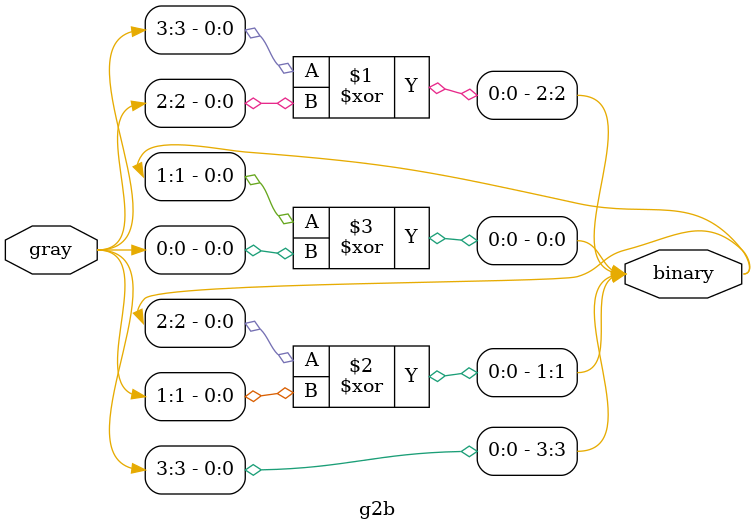
<source format=v>
`timescale 1ns / 1ps
module g2b(
    input [3:0] gray,     
    output [3:0] binary   
);

    assign binary[3] = gray[3];                     
    assign binary[2] = binary[3] ^ gray[2];         // XOR successive bits
    assign binary[1] = binary[2] ^ gray[1];
    assign binary[0] = binary[1] ^ gray[0];
endmodule
</source>
